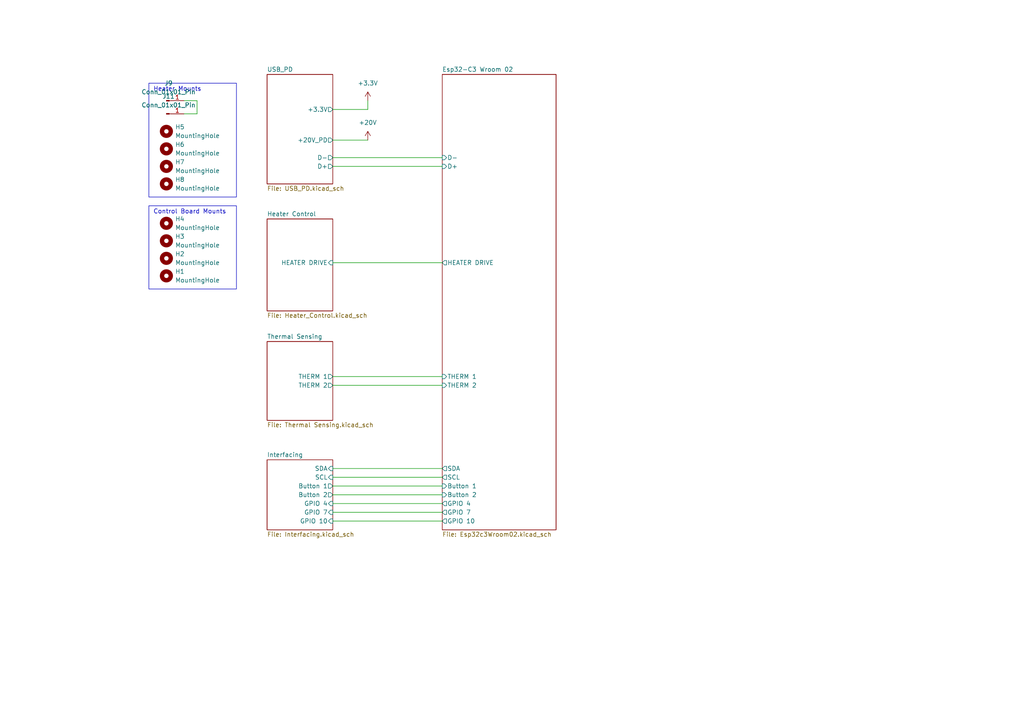
<source format=kicad_sch>
(kicad_sch (version 20230121) (generator eeschema)
  (paper "A4")
  (lib_symbols
    (symbol "Connector:Conn_01x01_Pin" (pin_names (offset 1.016) hide)
      (property "Reference" "J" (at 0 2.54 0))
      (property "Value" "Conn_01x01_Pin" (at 0 -2.54 0))
      (symbol "Conn_01x01_Pin_1_1"
        (polyline (pts (xy 1.27 0) (xy 0.8636 0)) (stroke (width 0.1524)))
        (rectangle (start 0.8636 0.127) (end 0 -0.127) (stroke (width 0.1524)) (fill (type outline)))
        (pin passive line (at 5.08 0 180) (length 3.81) (name "Pin_1") (number "1"))
      )
    )
    (symbol "Mechanical:MountingHole" (pin_names (offset 1.016))
      (property "Reference" "H" (at 0 5.08 0))
      (property "Value" "MountingHole" (at 0 3.175 0))
      (symbol "MountingHole_0_1"
        (circle (center 0 0) (radius 1.27) (stroke (width 1.27)))
      )
    )
    (symbol "power:+20V_USBPD" (power) (pin_names (offset 0))
      (property "Value" "+20V_USBPD" (at 0 3.81 0))
      (symbol "+20V_USBPD_0_1"
        (polyline (pts (xy -0.762 1.27) (xy 0 2.54)))
        (polyline (pts (xy 0 0) (xy 0 2.54)))
        (polyline (pts (xy 0 2.54) (xy 0.762 1.27)))
      )
      (symbol "+20V_USBPD_1_1"
        (pin power_in line (at 0 0 180) (length 0) hide (name "+20V") (number "1"))
      )
    )
    (symbol "power:+3.3V" (power) (pin_names (offset 0))
      (property "Value" "+3.3V" (at 0 3.556 0))
      (symbol "+3.3V_0_1"
        (polyline (pts (xy -0.762 1.27) (xy 0 2.54)))
        (polyline (pts (xy 0 0) (xy 0 2.54)))
        (polyline (pts (xy 0 2.54) (xy 0.762 1.27)))
      )
      (symbol "+3.3V_1_1"
        (pin power_in line (at 0 0 90) (length 0) hide (name "+3.3V") (number "1"))
      )
    )
  )
  (wire (pts (xy 96.52 76.2) (xy 128.27 76.2)))
  (wire (pts (xy 96.52 111.76) (xy 128.27 111.76)))
  (wire (pts (xy 57.15 29.21) (xy 57.15 33.02)))
  (wire (pts (xy 106.68 31.75) (xy 96.52 31.75)))
  (wire (pts (xy 96.52 48.26) (xy 128.27 48.26)))
  (wire (pts (xy 96.52 45.72) (xy 128.27 45.72)))
  (wire (pts (xy 96.52 143.51) (xy 128.27 143.51)))
  (wire (pts (xy 96.52 146.05) (xy 128.27 146.05)))
  (wire (pts (xy 106.68 29.21) (xy 106.68 31.75)))
  (wire (pts (xy 96.52 148.59) (xy 128.27 148.59)))
  (wire (pts (xy 96.52 109.22) (xy 128.27 109.22)))
  (wire (pts (xy 53.34 29.21) (xy 57.15 29.21)))
  (wire (pts (xy 96.52 40.64) (xy 106.68 40.64)))
  (wire (pts (xy 96.52 151.13) (xy 128.27 151.13)))
  (wire (pts (xy 57.15 33.02) (xy 53.34 33.02)))
  (wire (pts (xy 96.52 135.89) (xy 128.27 135.89)))
  (wire (pts (xy 96.52 140.97) (xy 128.27 140.97)))
  (wire (pts (xy 96.52 138.43) (xy 128.27 138.43)))
  (rectangle (start 43.18 59.69) (end 68.58 83.82))
  (rectangle (start 43.18 24.13) (end 68.58 57.15))
  (text "Heater Mounts" (at 44.45 26.67 0) (effects (font (size 1.27 1.27)) (justify left bottom)))
  (text "Control Board Mounts" (at 44.45 62.23 0) (effects (font (size 1.27 1.27)) (justify left bottom)))
  (symbol (lib_id "Mechanical:MountingHole") (at 48.26 48.26 0) (unit 1)
    (property "Reference" "H7" (at 50.8 46.99 0) (effects (justify left)))
    (property "Value" "MountingHole" (at 50.8 49.53 0) (effects (justify left)))
    (property "Footprint" "MountingHole:MountingHole_2.2mm_M2_Pad_Via" (effects hide))
  )
  (symbol (lib_id "Mechanical:MountingHole") (at 48.26 64.77 0) (unit 1)
    (property "Reference" "H4" (at 50.8 63.5 0) (effects (justify left)))
    (property "Value" "MountingHole" (at 50.8 66.04 0) (effects (justify left)))
    (property "Footprint" "MountingHole:MountingHole_2.2mm_M2_Pad_Via" (effects hide))
  )
  (symbol (lib_id "Connector:Conn_01x01_Pin") (at 48.26 29.21 0) (unit 1)
    (property "Reference" "J9" (at 48.895 24.13 0))
    (property "Value" "Conn_01x01_Pin" (at 48.895 26.67 0))
    (property "Footprint" "TestPoint:TestPoint_Pad_D4.0mm" (effects hide))
  )
  (symbol (lib_id "power:+3.3V") (at 106.68 29.21 0) (unit 1)
    (property "Reference" "#PWR018" (effects hide))
    (property "Value" "+3.3V" (at 106.68 24.13 0))
  )
  (symbol (lib_id "Connector:Conn_01x01_Pin") (at 48.26 33.02 0) (unit 1)
    (property "Reference" "J11" (at 48.895 27.94 0))
    (property "Value" "Conn_01x01_Pin" (at 48.895 30.48 0))
    (property "Footprint" "TestPoint:TestPoint_Pad_D4.0mm" (effects hide))
  )
  (symbol (lib_id "Mechanical:MountingHole") (at 48.26 80.01 0) (unit 1)
    (property "Reference" "H1" (at 50.8 78.74 0) (effects (justify left)))
    (property "Value" "MountingHole" (at 50.8 81.28 0) (effects (justify left)))
    (property "Footprint" "MountingHole:MountingHole_2.2mm_M2_Pad_Via" (effects hide))
  )
  (symbol (lib_id "Mechanical:MountingHole") (at 48.26 74.93 0) (unit 1)
    (property "Reference" "H2" (at 50.8 73.66 0) (effects (justify left)))
    (property "Value" "MountingHole" (at 50.8 76.2 0) (effects (justify left)))
    (property "Footprint" "MountingHole:MountingHole_2.2mm_M2_Pad_Via" (effects hide))
  )
  (symbol (lib_id "Mechanical:MountingHole") (at 48.26 53.34 0) (unit 1)
    (property "Reference" "H8" (at 50.8 52.07 0) (effects (justify left)))
    (property "Value" "MountingHole" (at 50.8 54.61 0) (effects (justify left)))
    (property "Footprint" "MountingHole:MountingHole_2.2mm_M2_Pad_Via" (effects hide))
  )
  (symbol (lib_id "power:+20V_USBPD") (at 106.68 40.64 0) (unit 1)
    (property "Reference" "#PWR010" (effects hide))
    (property "Value" "+20V_USBPD" (at 106.68 35.56 0))
  )
  (symbol (lib_id "Mechanical:MountingHole") (at 48.26 43.18 0) (unit 1)
    (property "Reference" "H6" (at 50.8 41.91 0) (effects (justify left)))
    (property "Value" "MountingHole" (at 50.8 44.45 0) (effects (justify left)))
    (property "Footprint" "MountingHole:MountingHole_2.2mm_M2_Pad_Via" (effects hide))
  )
  (symbol (lib_id "Mechanical:MountingHole") (at 48.26 69.85 0) (unit 1)
    (property "Reference" "H3" (at 50.8 68.58 0) (effects (justify left)))
    (property "Value" "MountingHole" (at 50.8 71.12 0) (effects (justify left)))
    (property "Footprint" "MountingHole:MountingHole_2.2mm_M2_Pad_Via" (effects hide))
  )
  (symbol (lib_id "Mechanical:MountingHole") (at 48.26 38.1 0) (unit 1)
    (property "Reference" "H5" (at 50.8 36.83 0) (effects (justify left)))
    (property "Value" "MountingHole" (at 50.8 39.37 0) (effects (justify left)))
    (property "Footprint" "MountingHole:MountingHole_2.2mm_M2_Pad_Via" (effects hide))
  )
  (sheet (at 77.47 99.06) (size 19.05 22.86) (stroke (width 0.1524))
    (property "Sheetname" "Thermal Sensing" (at 77.47 98.3484 0) (effects (justify left bottom)))
    (property "Sheetfile" "Thermal Sensing.kicad_sch" (at 77.47 122.5046 0) (effects (justify left top)))
    (pin "THERM 1" output (at 96.52 109.22 0))
    (pin "THERM 2" output (at 96.52 111.76 0))
  )
  (sheet (at 77.47 133.35) (size 19.05 20.32) (stroke (width 0.1524))
    (property "Sheetname" "Interfacing" (at 77.47 132.6384 0) (effects (justify left bottom)))
    (property "Sheetfile" "Interfacing.kicad_sch" (at 77.47 154.2546 0) (effects (justify left top)))
    (pin "Button 1" output (at 96.52 140.97 0))
    (pin "Button 2" output (at 96.52 143.51 0))
    (pin "SDA" input (at 96.52 135.89 0))
    (pin "SCL" input (at 96.52 138.43 0))
    (pin "GPIO 7" input (at 96.52 148.59 0))
    (pin "GPIO 4" input (at 96.52 146.05 0))
    (pin "GPIO 10" input (at 96.52 151.13 0))
  )
  (sheet (at 77.47 63.5) (size 19.05 26.67) (stroke (width 0.1524))
    (property "Sheetname" "Heater Control" (at 77.47 62.7884 0) (effects (justify left bottom)))
    (property "Sheetfile" "Heater_Control.kicad_sch" (at 77.47 90.7546 0) (effects (justify left top)))
    (pin "HEATER DRIVE" input (at 96.52 76.2 0))
  )
  (sheet (at 128.27 21.59) (size 33.02 132.08) (stroke (width 0.1524))
    (property "Sheetname" "Esp32-C3 Wroom 02" (at 128.27 20.8784 0) (effects (justify left bottom)))
    (property "Sheetfile" "Esp32c3Wroom02.kicad_sch" (at 128.27 154.2546 0) (effects (justify left top)))
    (pin "THERM 1" input (at 128.27 109.22 180))
    (pin "THERM 2" input (at 128.27 111.76 180))
    (pin "GPIO 10" output (at 128.27 151.13 180))
    (pin "D+" input (at 128.27 48.26 180))
    (pin "Button 2" input (at 128.27 143.51 180))
    (pin "D-" input (at 128.27 45.72 180))
    (pin "Button 1" input (at 128.27 140.97 180))
    (pin "SCL" output (at 128.27 138.43 180))
    (pin "HEATER DRIVE" output (at 128.27 76.2 180))
    (pin "GPIO 4" output (at 128.27 146.05 180))
    (pin "SDA" output (at 128.27 135.89 180))
    (pin "GPIO 7" output (at 128.27 148.59 180))
  )
  (sheet (at 77.47 21.59) (size 19.05 31.75) (stroke (width 0.1524))
    (property "Sheetname" "USB_PD" (at 77.47 20.8784 0) (effects (justify left bottom)))
    (property "Sheetfile" "USB_PD.kicad_sch" (at 77.47 53.9246 0) (effects (justify left top)))
    (pin "+3.3V" output (at 96.52 31.75 0))
    (pin "+20V_PD" output (at 96.52 40.64 0))
    (pin "D+" output (at 96.52 48.26 0))
    (pin "D-" output (at 96.52 45.72 0))
  )
)
</source>
